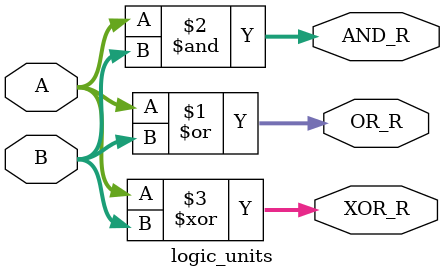
<source format=v>
module logic_units (
	input [9:0] A, B,
	output [9:0] OR_R,
	output [9:0] AND_R,
	output [9:0] XOR_R
);
	assign OR_R = A | B;
	assign AND_R = A & B;
	assign XOR_R = A ^ B;
endmodule

</source>
